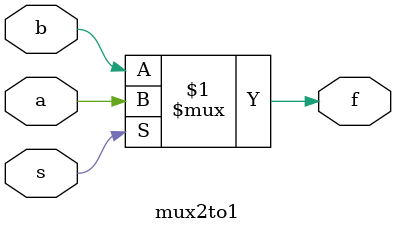
<source format=v>
module mux2to1(a,b,s,f);
input a,b,s;
output f;

assign f=s?a:b;
endmodule

</source>
